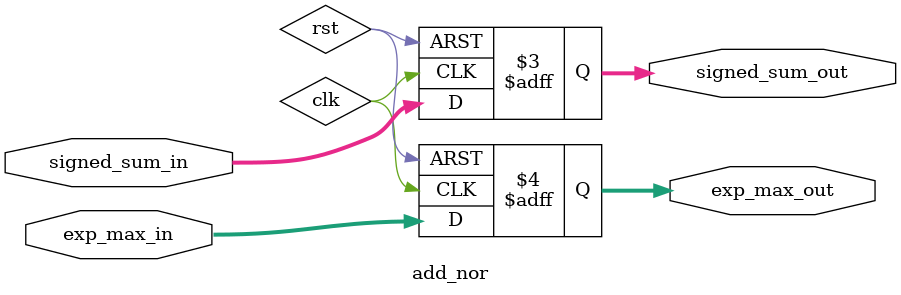
<source format=v>
module add_nor (
    input [19:0] signed_sum_in, 
    input [5:0] exp_max_in, 
    output reg [19:0] signed_sum_out, 
    output reg [5:0] exp_max_out
);
    
    always @(posedge clk or negedge rst) begin
        if (!rst) begin
            signed_sum_out <= 0;
            exp_max_out <= 0;
        end
        else begin
            signed_sum_out <= signed_sum_in;
            exp_max_out <= exp_max_in;
        end
    end
endmodule
</source>
